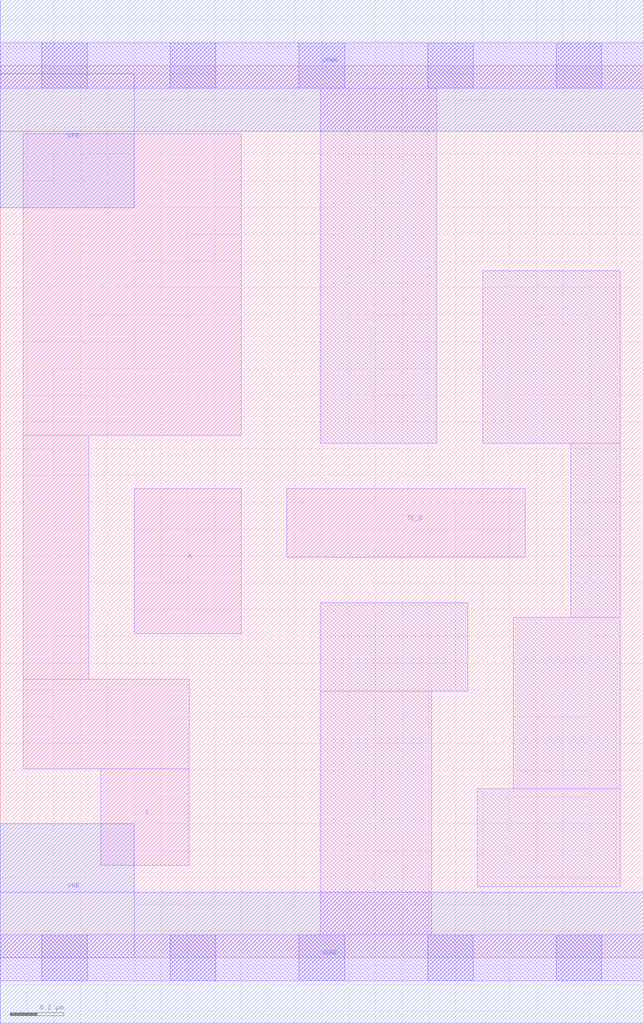
<source format=lef>
# Copyright 2020 The SkyWater PDK Authors
#
# Licensed under the Apache License, Version 2.0 (the "License");
# you may not use this file except in compliance with the License.
# You may obtain a copy of the License at
#
#     https://www.apache.org/licenses/LICENSE-2.0
#
# Unless required by applicable law or agreed to in writing, software
# distributed under the License is distributed on an "AS IS" BASIS,
# WITHOUT WARRANTIES OR CONDITIONS OF ANY KIND, either express or implied.
# See the License for the specific language governing permissions and
# limitations under the License.
#
# SPDX-License-Identifier: Apache-2.0

VERSION 5.5 ;
NAMESCASESENSITIVE ON ;
BUSBITCHARS "[]" ;
DIVIDERCHAR "/" ;
MACRO sky130_fd_sc_lp__einvn_1
  CLASS CORE ;
  SOURCE USER ;
  ORIGIN  0.000000  0.000000 ;
  SIZE  2.400000 BY  3.330000 ;
  SYMMETRY X Y R90 ;
  SITE unit ;
  PIN A
    ANTENNAGATEAREA  0.315000 ;
    DIRECTION INPUT ;
    USE SIGNAL ;
    PORT
      LAYER li1 ;
        RECT 0.500000 1.210000 0.900000 1.750000 ;
    END
  END A
  PIN TE_B
    ANTENNAGATEAREA  0.348000 ;
    DIRECTION INPUT ;
    USE SIGNAL ;
    PORT
      LAYER li1 ;
        RECT 1.070000 1.495000 1.960000 1.750000 ;
    END
  END TE_B
  PIN Z
    ANTENNADIFFAREA  0.556500 ;
    DIRECTION OUTPUT ;
    USE SIGNAL ;
    PORT
      LAYER li1 ;
        RECT 0.085000 0.705000 0.705000 1.040000 ;
        RECT 0.085000 1.040000 0.330000 1.950000 ;
        RECT 0.085000 1.950000 0.900000 3.075000 ;
        RECT 0.375000 0.345000 0.705000 0.705000 ;
    END
  END Z
  PIN VGND
    DIRECTION INOUT ;
    USE GROUND ;
    PORT
      LAYER met1 ;
        RECT 0.000000 -0.245000 2.400000 0.245000 ;
    END
  END VGND
  PIN VNB
    DIRECTION INOUT ;
    USE GROUND ;
    PORT
    END
  END VNB
  PIN VPB
    DIRECTION INOUT ;
    USE POWER ;
    PORT
    END
  END VPB
  PIN VNB
    DIRECTION INOUT ;
    USE GROUND ;
    PORT
      LAYER met1 ;
        RECT 0.000000 0.000000 0.500000 0.500000 ;
    END
  END VNB
  PIN VPB
    DIRECTION INOUT ;
    USE POWER ;
    PORT
      LAYER met1 ;
        RECT 0.000000 2.800000 0.500000 3.300000 ;
    END
  END VPB
  PIN VPWR
    DIRECTION INOUT ;
    USE POWER ;
    PORT
      LAYER met1 ;
        RECT 0.000000 3.085000 2.400000 3.575000 ;
    END
  END VPWR
  OBS
    LAYER li1 ;
      RECT 0.000000 -0.085000 2.400000 0.085000 ;
      RECT 0.000000  3.245000 2.400000 3.415000 ;
      RECT 1.195000  0.085000 1.610000 0.995000 ;
      RECT 1.195000  0.995000 1.745000 1.325000 ;
      RECT 1.195000  1.920000 1.630000 3.245000 ;
      RECT 1.780000  0.265000 2.315000 0.630000 ;
      RECT 1.800000  1.920000 2.315000 2.565000 ;
      RECT 1.915000  0.630000 2.315000 1.270000 ;
      RECT 2.130000  1.270000 2.315000 1.920000 ;
    LAYER mcon ;
      RECT 0.155000 -0.085000 0.325000 0.085000 ;
      RECT 0.155000  3.245000 0.325000 3.415000 ;
      RECT 0.635000 -0.085000 0.805000 0.085000 ;
      RECT 0.635000  3.245000 0.805000 3.415000 ;
      RECT 1.115000 -0.085000 1.285000 0.085000 ;
      RECT 1.115000  3.245000 1.285000 3.415000 ;
      RECT 1.595000 -0.085000 1.765000 0.085000 ;
      RECT 1.595000  3.245000 1.765000 3.415000 ;
      RECT 2.075000 -0.085000 2.245000 0.085000 ;
      RECT 2.075000  3.245000 2.245000 3.415000 ;
  END
END sky130_fd_sc_lp__einvn_1
END LIBRARY

</source>
